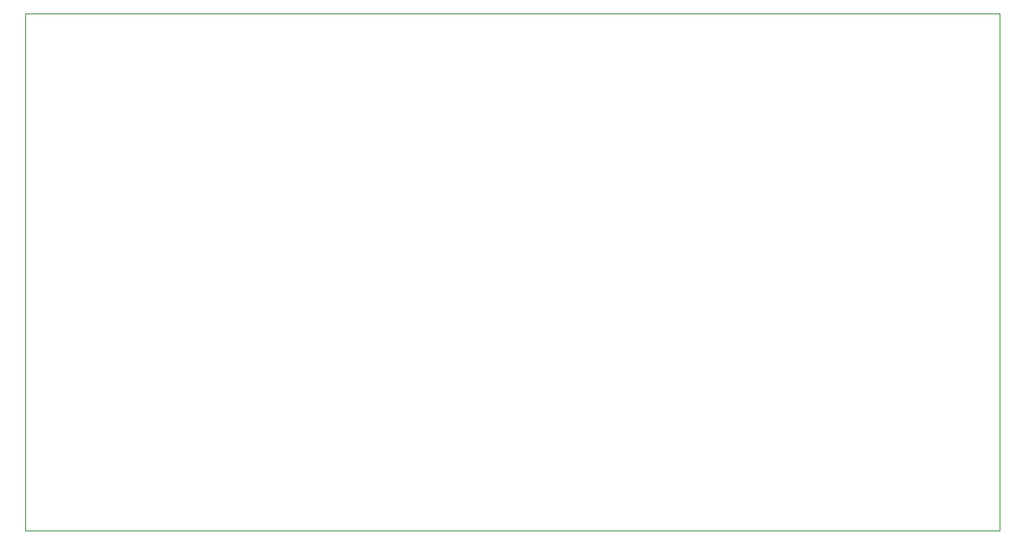
<source format=gbr>
%TF.GenerationSoftware,KiCad,Pcbnew,7.0.9*%
%TF.CreationDate,2024-01-17T18:54:20-05:00*%
%TF.ProjectId,ContadorElectronico,436f6e74-6164-46f7-9245-6c656374726f,rev?*%
%TF.SameCoordinates,Original*%
%TF.FileFunction,Profile,NP*%
%FSLAX46Y46*%
G04 Gerber Fmt 4.6, Leading zero omitted, Abs format (unit mm)*
G04 Created by KiCad (PCBNEW 7.0.9) date 2024-01-17 18:54:20*
%MOMM*%
%LPD*%
G01*
G04 APERTURE LIST*
%TA.AperFunction,Profile*%
%ADD10C,0.100000*%
%TD*%
G04 APERTURE END LIST*
D10*
X49750585Y-32605000D02*
X147750585Y-32605000D01*
X147750585Y-84605000D01*
X49750585Y-84605000D01*
X49750585Y-32605000D01*
M02*

</source>
